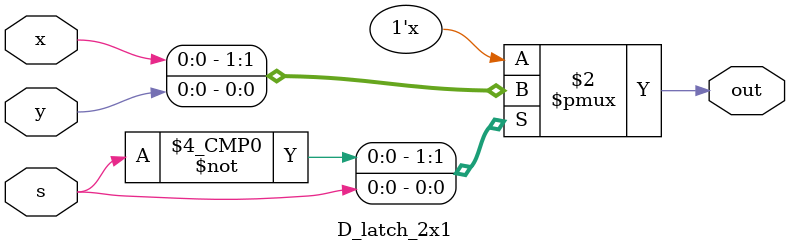
<source format=v>
module D_latch_2x1(
    input x,
    input y,
    input s,
    output reg out
    );
    
    always @ (*)
    begin 
        case(s)
             1'b0 : out = x;
             1'b1 : out = y;
        endcase
    end         
endmodule

</source>
